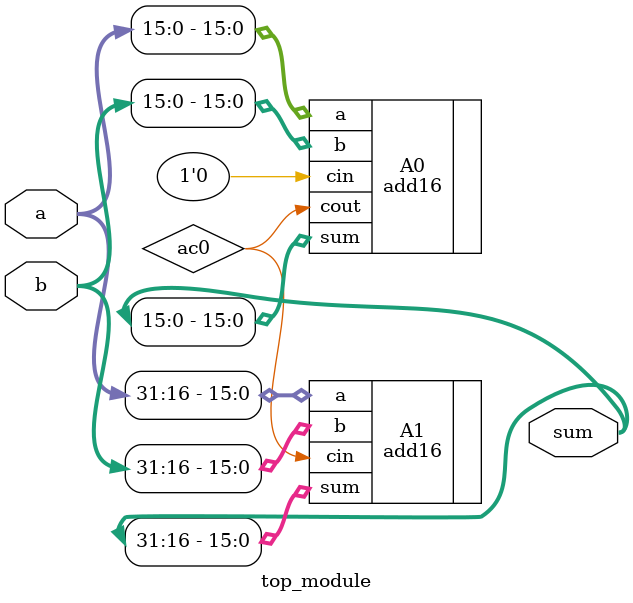
<source format=v>
module top_module(
    input [31:0] a,
    input [31:0] b,
    output [31:0] sum
);
    
    wire ac0;
    
    add16 A0 ( .a(a[15:0]), .b(b[15:0]), .cin(1'b0), .sum(sum[15:0]), .cout(ac0) );
    add16 A1 ( .a(a[31:16]), .b(b[31:16]), .cin(ac0), .sum(sum[31:16])  );
    
endmodule

</source>
